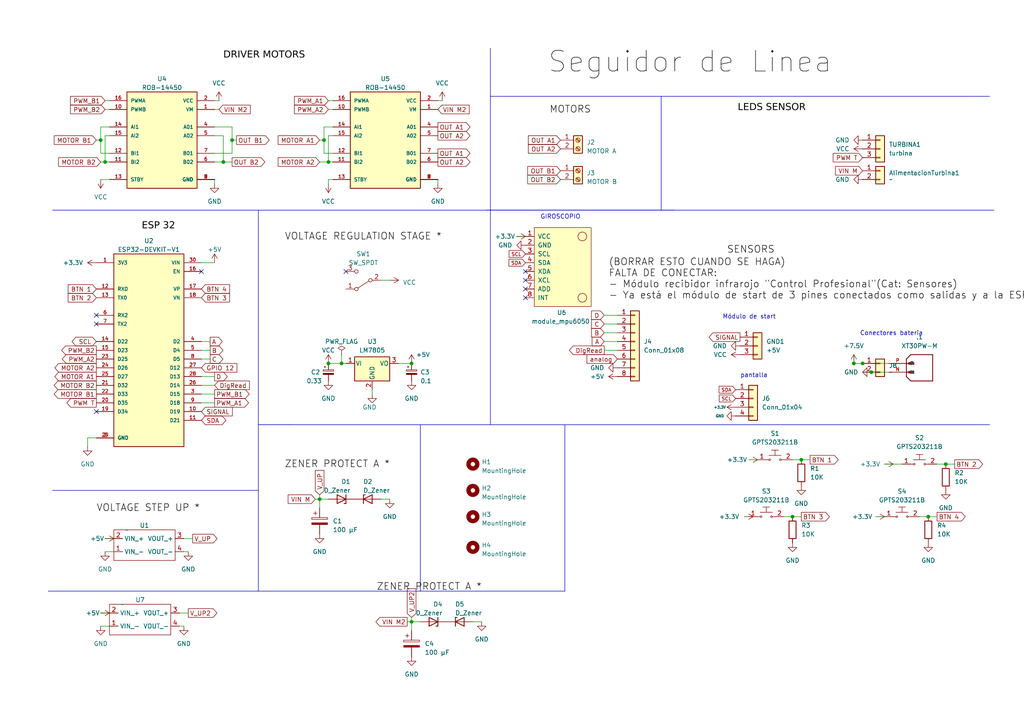
<source format=kicad_sch>
(kicad_sch (version 20231120) (generator "eeschema") (generator_version "8.0")
  (paper "A4")
  (junction (at 64.77 46.99))
  (junction (at 274.32 134.62))
  (junction (at 247.65 105.41))
  (junction (at 269.24 149.86))
  (junction (at 95.25 105.41))
  (junction (at 119.38 180.34))
  (junction (at 232.41 133.35))
  (junction (at 93.98 40.64))
  (junction (at 252.73 107.95))
  (junction (at 119.38 105.41))
  (junction (at 99.06 105.41))
  (junction (at 92.71 144.78))
  (junction (at 95.25 46.99))
  (junction (at 29.21 40.64))
  (junction (at 30.48 46.99))
  (junction (at 67.31 40.64))
  (junction (at 229.87 149.86))
  (junction (at 250.19 105.41))
  (no_connect (at 27.94 91.44))
  (no_connect (at 152.4 83.82))
  (no_connect (at 152.4 86.36))
  (no_connect (at 152.4 78.74))
  (no_connect (at 58.42 78.74))
  (no_connect (at 27.94 93.98))
  (no_connect (at 152.4 81.28))
  (no_connect (at 100.33 78.74))
  (no_connect (at 27.94 119.38))
  (wire (pts (xy 274.32 134.62) (xy 276.86 134.62)))
  (polyline (pts (xy 142.24 60.96) (xy 140.97 60.96)))
  (wire (pts (xy 229.87 149.86) (xy 232.41 149.86)))
  (wire (pts (xy 217.17 133.35) (xy 219.71 133.35)))
  (polyline (pts (xy 74.93 123.19) (xy 85.09 123.19)))
  (wire (pts (xy 62.23 52.07) (xy 62.23 53.34)))
  (wire (pts (xy 27.94 40.64) (xy 29.21 40.64)))
  (wire (pts (xy 64.77 39.37) (xy 64.77 46.99)))
  (wire (pts (xy 95.25 39.37) (xy 95.25 46.99)))
  (wire (pts (xy 175.26 93.98) (xy 179.07 93.98)))
  (wire (pts (xy 67.31 46.99) (xy 64.77 46.99)))
  (wire (pts (xy 30.48 156.21) (xy 33.02 156.21)))
  (wire (pts (xy 119.38 105.41) (xy 115.57 105.41)))
  (wire (pts (xy 110.49 144.78) (xy 113.03 144.78)))
  (wire (pts (xy 53.34 181.61) (xy 52.07 181.61)))
  (polyline (pts (xy 142.24 27.94) (xy 191.77 27.94)))
  (wire (pts (xy 62.23 39.37) (xy 64.77 39.37)))
  (wire (pts (xy 229.87 133.35) (xy 232.41 133.35)))
  (wire (pts (xy 62.23 46.99) (xy 64.77 46.99)))
  (wire (pts (xy 127 29.21) (xy 128.27 29.21)))
  (wire (pts (xy 99.06 102.87) (xy 99.06 105.41)))
  (polyline (pts (xy 142.24 60.96) (xy 288.29 60.96)))
  (wire (pts (xy 30.48 29.21) (xy 31.75 29.21)))
  (wire (pts (xy 247.65 105.41) (xy 250.19 105.41)))
  (wire (pts (xy 29.21 40.64) (xy 29.21 44.45)))
  (wire (pts (xy 96.52 36.83) (xy 93.98 36.83)))
  (wire (pts (xy 67.31 36.83) (xy 67.31 40.64)))
  (wire (pts (xy 175.26 91.44) (xy 179.07 91.44)))
  (wire (pts (xy 96.52 46.99) (xy 95.25 46.99)))
  (wire (pts (xy 31.75 36.83) (xy 29.21 36.83)))
  (wire (pts (xy 119.38 179.07) (xy 119.38 180.34)))
  (wire (pts (xy 232.41 133.35) (xy 234.95 133.35)))
  (wire (pts (xy 175.26 99.06) (xy 179.07 99.06)))
  (wire (pts (xy 91.44 144.78) (xy 92.71 144.78)))
  (wire (pts (xy 29.21 52.07) (xy 31.75 52.07)))
  (wire (pts (xy 252.73 107.95) (xy 257.81 107.95)))
  (polyline (pts (xy 74.93 60.96) (xy 74.93 142.24)))
  (wire (pts (xy 62.23 109.22) (xy 58.42 109.22)))
  (wire (pts (xy 250.19 107.95) (xy 252.73 107.95)))
  (wire (pts (xy 107.95 113.03) (xy 107.95 114.3)))
  (wire (pts (xy 254 149.86) (xy 256.54 149.86)))
  (wire (pts (xy 119.38 180.34) (xy 121.92 180.34)))
  (wire (pts (xy 67.31 40.64) (xy 68.58 40.64)))
  (wire (pts (xy 118.11 180.34) (xy 119.38 180.34)))
  (wire (pts (xy 54.61 160.02) (xy 53.34 160.02)))
  (wire (pts (xy 60.96 104.14) (xy 58.42 104.14)))
  (polyline (pts (xy 140.97 123.19) (xy 287.02 123.19)))
  (wire (pts (xy 62.23 36.83) (xy 67.31 36.83)))
  (wire (pts (xy 93.98 36.83) (xy 93.98 40.64)))
  (wire (pts (xy 96.52 52.07) (xy 95.25 52.07)))
  (wire (pts (xy 62.23 31.75) (xy 63.5 31.75)))
  (polyline (pts (xy 74.93 60.96) (xy 142.24 60.96)))
  (polyline (pts (xy 191.77 27.94) (xy 287.02 27.94)))
  (wire (pts (xy 175.26 96.52) (xy 179.07 96.52)))
  (wire (pts (xy 269.24 149.86) (xy 271.78 149.86)))
  (wire (pts (xy 62.23 116.84) (xy 58.42 116.84)))
  (polyline (pts (xy 74.93 142.24) (xy 15.24 142.24)))
  (wire (pts (xy 271.78 134.62) (xy 274.32 134.62)))
  (wire (pts (xy 92.71 40.64) (xy 93.98 40.64)))
  (wire (pts (xy 93.98 40.64) (xy 93.98 44.45)))
  (wire (pts (xy 256.54 134.62) (xy 261.62 134.62)))
  (polyline (pts (xy 74.93 170.18) (xy 74.93 171.45)))
  (wire (pts (xy 67.31 40.64) (xy 67.31 44.45)))
  (polyline (pts (xy 142.24 13.97) (xy 142.24 60.96)))
  (wire (pts (xy 29.21 181.61) (xy 31.75 181.61)))
  (polyline (pts (xy 163.83 171.45) (xy 163.83 123.19)))
  (wire (pts (xy 95.25 52.07) (xy 95.25 53.34)))
  (wire (pts (xy 60.96 101.6) (xy 58.42 101.6)))
  (wire (pts (xy 113.03 81.28) (xy 110.49 81.28)))
  (wire (pts (xy 266.7 149.86) (xy 269.24 149.86)))
  (wire (pts (xy 62.23 111.76) (xy 58.42 111.76)))
  (wire (pts (xy 247.65 102.87) (xy 247.65 105.41)))
  (wire (pts (xy 93.98 44.45) (xy 96.52 44.45)))
  (wire (pts (xy 62.23 29.21) (xy 63.5 29.21)))
  (polyline (pts (xy 121.92 170.18) (xy 121.92 171.45)))
  (polyline (pts (xy 13.97 171.45) (xy 163.83 171.45)))
  (wire (pts (xy 52.07 177.8) (xy 54.61 177.8)))
  (wire (pts (xy 25.4 127) (xy 25.4 129.54)))
  (wire (pts (xy 30.48 39.37) (xy 30.48 46.99)))
  (wire (pts (xy 250.19 105.41) (xy 257.81 105.41)))
  (polyline (pts (xy 15.24 60.96) (xy 74.93 60.96)))
  (wire (pts (xy 119.38 182.88) (xy 119.38 180.34)))
  (wire (pts (xy 25.4 127) (xy 27.94 127)))
  (wire (pts (xy 60.96 99.06) (xy 58.42 99.06)))
  (wire (pts (xy 95.25 31.75) (xy 96.52 31.75)))
  (wire (pts (xy 99.06 105.41) (xy 100.33 105.41)))
  (wire (pts (xy 29.21 44.45) (xy 31.75 44.45)))
  (wire (pts (xy 30.48 160.02) (xy 33.02 160.02)))
  (wire (pts (xy 62.23 114.3) (xy 58.42 114.3)))
  (wire (pts (xy 215.9 149.86) (xy 217.17 149.86)))
  (wire (pts (xy 53.34 156.21) (xy 55.88 156.21)))
  (polyline (pts (xy 74.93 142.24) (xy 74.93 170.18)))
  (wire (pts (xy 92.71 144.78) (xy 95.25 144.78)))
  (wire (pts (xy 29.21 177.8) (xy 31.75 177.8)))
  (wire (pts (xy 30.48 46.99) (xy 31.75 46.99)))
  (wire (pts (xy 127 52.07) (xy 127 53.34)))
  (wire (pts (xy 95.25 29.21) (xy 96.52 29.21)))
  (wire (pts (xy 29.21 36.83) (xy 29.21 40.64)))
  (wire (pts (xy 227.33 149.86) (xy 229.87 149.86)))
  (wire (pts (xy 62.23 76.2) (xy 58.42 76.2)))
  (polyline (pts (xy 74.93 123.19) (xy 140.97 123.19)))
  (wire (pts (xy 149.86 68.58) (xy 152.4 68.58)))
  (wire (pts (xy 92.71 143.51) (xy 92.71 144.78)))
  (polyline (pts (xy 142.24 123.19) (xy 142.24 60.96)))
  (wire (pts (xy 31.75 39.37) (xy 30.48 39.37)))
  (wire (pts (xy 95.25 39.37) (xy 96.52 39.37)))
  (wire (pts (xy 175.26 101.6) (xy 179.07 101.6)))
  (wire (pts (xy 92.71 46.99) (xy 95.25 46.99)))
  (wire (pts (xy 30.48 31.75) (xy 31.75 31.75)))
  (polyline (pts (xy 191.77 60.96) (xy 191.77 27.94)))
  (wire (pts (xy 62.23 44.45) (xy 67.31 44.45)))
  (wire (pts (xy 137.16 180.34) (xy 139.7 180.34)))
  (polyline (pts (xy 142.24 60.96) (xy 195.58 60.96)))
  (wire (pts (xy 95.25 105.41) (xy 99.06 105.41)))
  (wire (pts (xy 92.71 147.32) (xy 92.71 144.78)))
  (wire (pts (xy 29.21 46.99) (xy 30.48 46.99)))
  (polyline (pts (xy 121.92 123.19) (xy 121.92 170.18)))
  (text "ZENER PROTECT A *\n" (at 82.55 135.89 0) (effects (font (size 2 2)) (justify left bottom)))
  (text "DRIVER MOTORS\n" (at 64.77 17.78 0) (effects (font (size 2 2)) (justify left bottom)))
  (text "Módulo de start" (at 209.55 92.71 0) (effects (font (size 1.27 1.27)) (justify left bottom)))
  (text "Seguidor de Linea" (at 158.75 21.59 0) (effects (font (size 6 6)) (justify left bottom)))
  (text "(BORRAR ESTO CUANDO SE HAGA)\nFALTA DE CONECTAR:\n- Módulo recibidor infrarojo \"Control Profesional\"(Cat: Sensores)\n- Ya está el módulo de start de 3 pines conectados como salidas y a la ESP32 como entradas\n\n" (at 176.53 90.17 0) (effects (font (size 2 2)) (justify left bottom)))
  (text "GIROSCOPIO\n" (at 162.56 62.992 0) (effects (font (size 1.27 1.27))))
  (text "LEDS SENSOR\n" (at 233.68 33.02 0) (effects (font (size 2 2)) (justify right bottom)))
  (text "MOTORS" (at 171.45 33.02 0) (effects (font (size 2 2)) (justify right bottom)))
  (text "ZENER PROTECT A *\n" (at 109.22 171.45 0) (effects (font (size 2 2)) (justify left bottom)))
  (text "VOLTAGE STEP UP *" (at 27.94 148.59 0) (effects (font (size 2 2)) (justify left bottom)))
  (text "ESP 32" (at 50.8 67.31 0) (effects (font (size 2 2)) (justify right bottom)))
  (text "pantalla" (at 218.694 108.966 0) (effects (font (size 1.27 1.27))))
  (text "SENSORS" (at 210.82 73.66 0) (effects (font (size 2 2)) (justify left bottom)))
  (text "Conectores bateria" (at 258.572 96.774 0) (effects (font (size 1.27 1.27))))
  (text "VOLTAGE REGULATION STAGE *" (at 82.55 69.85 0) (effects (font (size 2 2)) (justify left bottom)))
  (global_label "SIGNAL" (shape output) (at 214.63 97.79 180) (property "Intersheetrefs" "${INTERSHEET_REFS}" (effects (hide yes))))
  (global_label "B" (shape input) (at 175.26 96.52 180) (property "Intersheetrefs" "${INTERSHEET_REFS}" (effects (hide yes))))
  (global_label "PWM_A1" (shape output) (at 62.23 116.84 0) (property "Intersheetrefs" "${INTERSHEET_REFS}" (effects (hide yes))))
  (global_label "VIN M2" (shape input) (at 127 31.75 0) (property "Intersheetrefs" "${INTERSHEET_REFS}" (effects (hide yes))))
  (global_label "DigRead" (shape output) (at 175.26 101.6 180) (property "Intersheetrefs" "${INTERSHEET_REFS}" (effects (hide yes))))
  (global_label "MOTOR A2" (shape output) (at 27.94 106.68 180) (property "Intersheetrefs" "${INTERSHEET_REFS}" (effects (hide yes))))
  (global_label "D" (shape input) (at 175.26 91.44 180) (property "Intersheetrefs" "${INTERSHEET_REFS}" (effects (hide yes))))
  (global_label "C" (shape input) (at 175.26 93.98 180) (property "Intersheetrefs" "${INTERSHEET_REFS}" (effects (hide yes))))
  (global_label "SIGNAL" (shape input) (at 58.42 119.38 0) (property "Intersheetrefs" "${INTERSHEET_REFS}" (effects (hide yes))))
  (global_label "PWM_A2" (shape input) (at 95.25 31.75 180) (property "Intersheetrefs" "${INTERSHEET_REFS}" (effects (hide yes))))
  (global_label "B" (shape output) (at 60.96 101.6 0) (property "Intersheetrefs" "${INTERSHEET_REFS}" (effects (hide yes))))
  (global_label "A" (shape input) (at 175.26 99.06 180) (property "Intersheetrefs" "${INTERSHEET_REFS}" (effects (hide yes))))
  (global_label "BTN 1" (shape input) (at 27.94 83.82 180) (property "Intersheetrefs" "${INTERSHEET_REFS}" (effects (hide yes))))
  (global_label "VIN M2" (shape output) (at 118.11 180.34 180) (property "Intersheetrefs" "${INTERSHEET_REFS}" (effects (hide yes))))
  (global_label "OUT B2" (shape input) (at 162.56 52.07 180) (property "Intersheetrefs" "${INTERSHEET_REFS}" (effects (hide yes))))
  (global_label "VIN M" (shape input) (at 91.44 144.78 180) (property "Intersheetrefs" "${INTERSHEET_REFS}" (effects (hide yes))))
  (global_label "OUT A1" (shape input) (at 162.56 40.64 180) (property "Intersheetrefs" "${INTERSHEET_REFS}" (effects (hide yes))))
  (global_label "SCL" (shape bidirectional) (at 27.94 99.06 180) (property "Intersheetrefs" "${INTERSHEET_REFS}" (effects (hide yes))))
  (global_label "V_UP2" (shape output) (at 54.61 177.8 0) (property "Intersheetrefs" "${INTERSHEET_REFS}" (effects (hide yes))))
  (global_label "OUT B1" (shape input) (at 162.56 49.53 180) (property "Intersheetrefs" "${INTERSHEET_REFS}" (effects (hide yes))))
  (global_label "OUT B2" (shape output) (at 67.31 46.99 0) (property "Intersheetrefs" "${INTERSHEET_REFS}" (effects (hide yes))))
  (global_label "OUT A1" (shape output) (at 127 36.83 0) (property "Intersheetrefs" "${INTERSHEET_REFS}" (effects (hide yes))))
  (global_label "OUT B1" (shape output) (at 68.58 40.64 0) (property "Intersheetrefs" "${INTERSHEET_REFS}" (effects (hide yes))))
  (global_label "MOTOR A1" (shape output) (at 27.94 109.22 180) (property "Intersheetrefs" "${INTERSHEET_REFS}" (effects (hide yes))))
  (global_label "SDA" (shape input) (at 213.36 113.03 180) (effects (font (size 1.016 1.016))) (property "Intersheetrefs" "${INTERSHEET_REFS}" (effects (hide yes))))
  (global_label "V_UP" (shape output) (at 55.88 156.21 0) (property "Intersheetrefs" "${INTERSHEET_REFS}" (effects (hide yes))))
  (global_label "BTN 3" (shape output) (at 232.41 149.86 0) (property "Intersheetrefs" "${INTERSHEET_REFS}" (effects (hide yes))))
  (global_label "SDA" (shape bidirectional) (at 58.42 121.92 0) (property "Intersheetrefs" "${INTERSHEET_REFS}" (effects (hide yes))))
  (global_label "PWM_B1" (shape input) (at 30.48 29.21 180) (property "Intersheetrefs" "${INTERSHEET_REFS}" (effects (hide yes))))
  (global_label "MOTOR A1" (shape input) (at 92.71 40.64 180) (property "Intersheetrefs" "${INTERSHEET_REFS}" (effects (hide yes))))
  (global_label "PWM_B2" (shape input) (at 30.48 31.75 180) (property "Intersheetrefs" "${INTERSHEET_REFS}" (effects (hide yes))))
  (global_label "BTN 1" (shape output) (at 234.95 133.35 0) (property "Intersheetrefs" "${INTERSHEET_REFS}" (effects (hide yes))))
  (global_label "GPIO 12" (shape input) (at 58.42 106.68 0) (property "Intersheetrefs" "${INTERSHEET_REFS}" (effects (hide yes))))
  (global_label "analog" (shape input) (at 179.07 104.14 180) (property "Intersheetrefs" "${INTERSHEET_REFS}" (effects (hide yes))))
  (global_label "BTN 2" (shape output) (at 276.86 134.62 0) (property "Intersheetrefs" "${INTERSHEET_REFS}" (effects (hide yes))))
  (global_label "D" (shape output) (at 62.23 109.22 0) (property "Intersheetrefs" "${INTERSHEET_REFS}" (effects (hide yes))))
  (global_label "VIN M" (shape input) (at 250.19 49.53 180) (property "Intersheetrefs" "${INTERSHEET_REFS}" (effects (hide yes))))
  (global_label "PWM T" (shape input) (at 250.19 45.72 180) (property "Intersheetrefs" "${INTERSHEET_REFS}" (effects (hide yes))))
  (global_label "VIN M2" (shape input) (at 63.5 31.75 0) (property "Intersheetrefs" "${INTERSHEET_REFS}" (effects (hide yes))))
  (global_label "BTN 2" (shape input) (at 27.94 86.36 180) (property "Intersheetrefs" "${INTERSHEET_REFS}" (effects (hide yes))))
  (global_label "PWM_A1" (shape input) (at 95.25 29.21 180) (property "Intersheetrefs" "${INTERSHEET_REFS}" (effects (hide yes))))
  (global_label "OUT A2" (shape input) (at 162.56 43.18 180) (property "Intersheetrefs" "${INTERSHEET_REFS}" (effects (hide yes))))
  (global_label "MOTOR B1" (shape output) (at 27.94 114.3 180) (property "Intersheetrefs" "${INTERSHEET_REFS}" (effects (hide yes))))
  (global_label "A" (shape output) (at 60.96 99.06 0) (property "Intersheetrefs" "${INTERSHEET_REFS}" (effects (hide yes))))
  (global_label "SDA" (shape input) (at 152.4 76.2 180) (effects (font (size 1.016 1.016))) (property "Intersheetrefs" "${INTERSHEET_REFS}" (effects (hide yes))))
  (global_label "MOTOR A2" (shape input) (at 92.71 46.99 180) (property "Intersheetrefs" "${INTERSHEET_REFS}" (effects (hide yes))))
  (global_label "V_UP" (shape input) (at 92.71 143.51 90) (property "Intersheetrefs" "${INTERSHEET_REFS}" (effects (hide yes))))
  (global_label "OUT A2" (shape output) (at 127 46.99 0) (property "Intersheetrefs" "${INTERSHEET_REFS}" (effects (hide yes))))
  (global_label "MOTOR B1" (shape input) (at 27.94 40.64 180) (property "Intersheetrefs" "${INTERSHEET_REFS}" (effects (hide yes))))
  (global_label "MOTOR B2" (shape input) (at 29.21 46.99 180) (property "Intersheetrefs" "${INTERSHEET_REFS}" (effects (hide yes))))
  (global_label "V_UP2" (shape input) (at 119.38 179.07 90) (property "Intersheetrefs" "${INTERSHEET_REFS}" (effects (hide yes))))
  (global_label "BTN 3" (shape input) (at 58.42 86.36 0) (property "Intersheetrefs" "${INTERSHEET_REFS}" (effects (hide yes))))
  (global_label "OUT A1" (shape output) (at 127 44.45 0) (property "Intersheetrefs" "${INTERSHEET_REFS}" (effects (hide yes))))
  (global_label "MOTOR B2" (shape output) (at 27.94 111.76 180) (property "Intersheetrefs" "${INTERSHEET_REFS}" (effects (hide yes))))
  (global_label "PWM_B1" (shape output) (at 62.23 114.3 0) (property "Intersheetrefs" "${INTERSHEET_REFS}" (effects (hide yes))))
  (global_label "SCL" (shape input) (at 152.4 73.66 180) (effects (font (size 1.016 1.016))) (property "Intersheetrefs" "${INTERSHEET_REFS}" (effects (hide yes))))
  (global_label "DigRead" (shape input) (at 62.23 111.76 0) (property "Intersheetrefs" "${INTERSHEET_REFS}" (effects (hide yes))))
  (global_label "C" (shape output) (at 60.96 104.14 0) (property "Intersheetrefs" "${INTERSHEET_REFS}" (effects (hide yes))))
  (global_label "BTN 4" (shape input) (at 58.42 83.82 0) (property "Intersheetrefs" "${INTERSHEET_REFS}" (effects (hide yes))))
  (global_label "OUT A2" (shape output) (at 127 39.37 0) (property "Intersheetrefs" "${INTERSHEET_REFS}" (effects (hide yes))))
  (global_label "BTN 4" (shape output) (at 271.78 149.86 0) (property "Intersheetrefs" "${INTERSHEET_REFS}" (effects (hide yes))))
  (global_label "SCL" (shape input) (at 213.36 115.57 180) (effects (font (size 1.016 1.016))) (property "Intersheetrefs" "${INTERSHEET_REFS}" (effects (hide yes))))
  (global_label "PWM_B2" (shape output) (at 27.94 101.6 180) (property "Intersheetrefs" "${INTERSHEET_REFS}" (effects (hide yes))))
  (global_label "PWM T" (shape output) (at 27.94 116.84 180) (property "Intersheetrefs" "${INTERSHEET_REFS}" (effects (hide yes))))
  (global_label "PWM_A2" (shape output) (at 27.94 104.14 180) (property "Intersheetrefs" "${INTERSHEET_REFS}" (effects (hide yes))))
  (symbol (lib_name "GND_1") (lib_id "power:GND") (at 127 53.34 0) (unit 1)
    (property "Reference" "#PWR022" (effects (hide yes)))
    (property "Value" "GND" (at 127 58.42 0))
  )
  (symbol (lib_id "dk_Pushbutton-Switches:GPTS203211B") (at 222.25 149.86 0) (unit 1)
    (property "Reference" "S3" (at 222.25 142.494 0))
    (property "Value" "GPTS203211B" (at 222.25 145.034 0))
    (property "Footprint" "Button_Switch_THT:SW_PUSH_6mm_H5mm" (effects (hide yes)))
    (property "Datasheet" "http://switches-connectors-custom.cwind.com/Asset/GPTS203211BR2.pdf" (effects (hide yes)))
    (property "Description" "SWITCH PUSHBUTTON SPST 1A 30V" (effects (hide yes)))
    (property "MPN" "GPTS203211B" (effects (hide yes)))
    (property "Category" "Switches" (effects (hide yes)))
    (property "Family" "Pushbutton Switches" (effects (hide yes)))
    (property "DK_Datasheet_Link" "http://switches-connectors-custom.cwind.com/Asset/GPTS203211BR2.pdf" (effects (hide yes)))
    (property "DK_Detail_Page" "/product-detail/en/cw-industries/GPTS203211B/CW181-ND/3190590" (effects (hide yes)))
    (property "Manufacturer" "CW Industries" (effects (hide yes)))
    (property "Status" "Active" (effects (hide yes)))
  )
  (symbol (lib_id "power:+3.3V") (at 256.54 134.62 270) (mirror x) (unit 1)
    (property "Reference" "#PWR033" (effects (hide yes)))
    (property "Value" "+3.3V" (at 249.428 134.62 90) (effects (justify left)))
    (property "Description" "Power symbol creates a global label with name \"+3.3V\"" (effects (hide yes)))
  )
  (symbol (lib_id "Device:R") (at 229.87 153.67 0) (unit 1)
    (property "Reference" "R3" (at 232.41 152.3999 0) (effects (justify left)))
    (property "Value" "10K" (at 232.41 154.94 0) (effects (font (size 1.2954 1.2954)) (justify left)))
    (property "Footprint" "digikey-footprints:0603" (effects (hide yes)))
    (property "Description" "Resistor" (effects (hide yes)))
  )
  (symbol (lib_id "power:+5V") (at 62.23 76.2 0) (mirror y) (unit 1)
    (property "Reference" "#PWR02" (effects (hide yes)))
    (property "Value" "+5V" (at 62.23 72.39 0))
  )
  (symbol (lib_id "power:GND") (at 107.95 114.3 0) (unit 1)
    (property "Reference" "#PWR015" (effects (hide yes)))
    (property "Value" "GND" (at 109.22 118.11 0) (effects (justify right)))
  )
  (symbol (lib_id "power:+5V") (at 119.38 105.41 0) (unit 1)
    (property "Reference" "#PWR017" (effects (hide yes)))
    (property "Value" "+5V" (at 120.65 102.87 0) (effects (justify left)))
  )
  (symbol (lib_id "Device:R") (at 274.32 138.43 0) (unit 1)
    (property "Reference" "R2" (at 276.86 137.1599 0) (effects (justify left)))
    (property "Value" "10K" (at 276.86 139.6999 0) (effects (justify left)))
    (property "Footprint" "digikey-footprints:0603" (effects (hide yes)))
    (property "Description" "Resistor" (effects (hide yes)))
  )
  (symbol (lib_id "power:VCC") (at 95.25 105.41 0) (unit 1)
    (property "Reference" "#PWR011" (effects (hide yes)))
    (property "Value" "VCC" (at 95.25 101.6 0))
  )
  (symbol (lib_id "power:GND") (at 95.25 110.49 0) (unit 1)
    (property "Reference" "#PWR012" (effects (hide yes)))
    (property "Value" "GND" (at 95.25 115.57 0))
  )
  (symbol (lib_name "VCC_4") (lib_id "power:VCC") (at 250.19 43.18 90) (unit 1)
    (property "Reference" "#PWR026" (effects (hide yes)))
    (property "Value" "VCC" (at 246.38 43.1799 90) (effects (justify left)))
    (property "Description" "Power symbol creates a global label with name \"VCC\"" (effects (hide yes)))
  )
  (symbol (lib_id "power:+7.5V") (at 247.65 105.41 0) (unit 1)
    (property "Reference" "#PWR028" (effects (hide yes)))
    (property "Value" "+7.5V" (at 247.65 100.33 0))
    (property "Description" "Power symbol creates a global label with name \"+7.5V\"" (effects (hide yes)))
  )
  (symbol (lib_id "power:GND") (at 53.34 181.61 0) (unit 1)
    (property "Reference" "#PWR044" (effects (hide yes)))
    (property "Value" "GND" (at 53.34 186.69 0))
  )
  (symbol (lib_id "Connector_Generic:Conn_01x03") (at 255.27 43.18 0) (unit 1)
    (property "Reference" "TURBINA1" (at 257.81 41.91 0) (effects (justify left)))
    (property "Value" "turbina" (at 257.81 44.45 0) (effects (justify left)))
    (property "Footprint" "Connector_PinHeader_2.54mm:PinHeader_1x03_P2.54mm_Vertical" (effects (hide yes)))
  )
  (symbol (lib_name "+3.3V_2") (lib_id "power:+3.3V") (at 149.86 68.58 270) (unit 1)
    (property "Reference" "#PWR039" (effects (hide yes)))
    (property "Value" "+3.3V" (at 143.51 68.58 90) (effects (justify left)))
    (property "Description" "Power symbol creates a global label with name \"+3.3V\"" (effects (hide yes)))
  )
  (symbol (lib_name "VCC_1") (lib_id "power:VCC") (at 63.5 29.21 0) (unit 1)
    (property "Reference" "#PWR05" (effects (hide yes)))
    (property "Value" "VCC" (at 63.5 24.13 0))
  )
  (symbol (lib_id "Switch:SW_SPDT") (at 105.41 81.28 180) (unit 1)
    (property "Reference" "SW1" (at 105.41 73.66 0))
    (property "Value" "SW_SPDT" (at 105.41 76.2 0))
    (property "Footprint" "Connector_PinHeader_2.54mm:PinHeader_1x03_P2.54mm_Vertical" (effects (hide yes)))
  )
  (symbol (lib_id "power:GND") (at 25.4 129.54 0) (mirror y) (unit 1)
    (property "Reference" "#PWR08" (effects (hide yes)))
    (property "Value" "GND" (at 25.4 134.62 0))
  )
  (symbol (lib_name "GND_2") (lib_id "power:GND") (at 214.63 100.33 270) (unit 1)
    (property "Reference" "#PWR025" (effects (hide yes)))
    (property "Value" "GND" (at 210.82 100.33 90) (effects (justify right)))
  )
  (symbol (lib_id "power:GND") (at 113.03 144.78 0) (unit 1)
    (property "Reference" "#PWR016" (effects (hide yes)))
    (property "Value" "GND" (at 113.03 149.86 0))
  )
  (symbol (lib_name "GND_5") (lib_id "power:GND") (at 250.19 40.64 270) (unit 1)
    (property "Reference" "#PWR052" (effects (hide yes)))
    (property "Value" "GND" (at 246.38 40.6399 90) (effects (justify right)))
    (property "Description" "Power symbol creates a global label with name \"GND\" , ground" (effects (hide yes)))
  )
  (symbol (lib_name "GND_4") (lib_id "power:GND") (at 152.4 71.12 270) (unit 1)
    (property "Reference" "#PWR040" (effects (hide yes)))
    (property "Value" "GND" (at 148.59 71.1199 90) (effects (justify right)))
    (property "Description" "Power symbol creates a global label with name \"GND\" , ground" (effects (hide yes)))
  )
  (symbol (lib_id "Device:C_Polarized") (at 92.71 151.13 0) (unit 1)
    (property "Reference" "C1" (at 96.52 151.13 0) (effects (justify left)))
    (property "Value" "100 μF " (at 96.52 153.67 0) (effects (justify left)))
    (property "Footprint" "Capacitor_SMD:CP_Elec_6.3x5.9" (effects (hide yes)))
  )
  (symbol (lib_id "power:GND") (at 30.48 160.02 0) (unit 1)
    (property "Reference" "#PWR03" (effects (hide yes)))
    (property "Value" "GND" (at 30.48 165.1 0))
  )
  (symbol (lib_id "power:+3.3V") (at 215.9 149.86 270) (mirror x) (unit 1)
    (property "Reference" "#PWR035" (effects (hide yes)))
    (property "Value" "+3.3V" (at 208.534 149.86 90) (effects (justify left)))
    (property "Description" "Power symbol creates a global label with name \"+3.3V\"" (effects (hide yes)))
  )
  (symbol (lib_id "ROB-14450:ROB-14450") (at 111.76 41.91 0) (unit 1)
    (property "Reference" "U5" (at 111.76 22.86 0))
    (property "Value" "ROB-14450" (at 111.76 25.4 0))
    (property "Footprint" "ROB-14450:MODULE_ROB-14450" (effects (hide yes)))
    (property "Description" "\nTB6612FNG Motor Controller/Driver Power Management Evaluation Board\n" (effects (hide yes)))
    (property "MF" "SparkFun Electronics" (effects (hide yes)))
    (property "Package" "None" (effects (hide yes)))
    (property "Price" "None" (effects (hide yes)))
    (property "Check_prices" "https://www.snapeda.com/parts/ROB-14450/SparkFun+Electronics/view-part/?ref=eda" (effects (hide yes)))
    (property "STANDARD" "Manufacturer Recommendation" (effects (hide yes)))
    (property "PARTREV" "11-13-17" (effects (hide yes)))
    (property "SnapEDA_Link" "https://www.snapeda.com/parts/ROB-14450/SparkFun+Electronics/view-part/?ref=snap" (effects (hide yes)))
    (property "MP" "ROB-14450" (effects (hide yes)))
    (property "Purchase-URL" "https://www.snapeda.com/api/url_track_click_mouser/?unipart_id=2656367&manufacturer=SparkFun Electronics&part_name=ROB-14450&search_term=None" (effects (hide yes)))
    (property "Availability" "In Stock" (effects (hide yes)))
    (property "MANUFACTURER" "Sparkfun Electronics" (effects (hide yes)))
  )
  (symbol (lib_id "Device:D_Zener") (at 125.73 180.34 180) (unit 1)
    (property "Reference" "D4" (at 127 175.26 0))
    (property "Value" "D_Zener" (at 124.46 177.8 0))
    (property "Footprint" "Diode_THT:D_A-405_P7.62mm_Horizontal" (effects (hide yes)))
  )
  (symbol (lib_name "GND_1") (lib_id "power:GND") (at 62.23 53.34 0) (unit 1)
    (property "Reference" "#PWR01" (effects (hide yes)))
    (property "Value" "GND" (at 62.23 58.42 0))
  )
  (symbol (lib_id "Mechanical:MountingHole") (at 137.16 134.62 0) (unit 1)
    (property "Reference" "H1" (at 139.7 133.985 0) (effects (justify left)))
    (property "Value" "MountingHole" (at 139.7 136.525 0) (effects (justify left)))
    (property "Footprint" "MountingHole:MountingHole_3.2mm_M3_Pad_Via" (effects (hide yes)))
  )
  (symbol (lib_id "Device:D_Zener") (at 106.68 144.78 0) (unit 1)
    (property "Reference" "D2" (at 106.68 139.7 0))
    (property "Value" "D_Zener" (at 109.22 142.24 0))
    (property "Footprint" "Diode_THT:D_A-405_P7.62mm_Horizontal" (effects (hide yes)))
  )
  (symbol (lib_id "dk_Pushbutton-Switches:GPTS203211B") (at 266.7 134.62 0) (unit 1)
    (property "Reference" "S2" (at 266.7 127 0))
    (property "Value" "GPTS203211B" (at 266.7 129.54 0))
    (property "Footprint" "Button_Switch_THT:SW_PUSH_6mm_H5mm" (effects (hide yes)))
    (property "Datasheet" "http://switches-connectors-custom.cwind.com/Asset/GPTS203211BR2.pdf" (effects (hide yes)))
    (property "Description" "SWITCH PUSHBUTTON SPST 1A 30V" (effects (hide yes)))
    (property "MPN" "GPTS203211B" (effects (hide yes)))
    (property "Category" "Switches" (effects (hide yes)))
    (property "Family" "Pushbutton Switches" (effects (hide yes)))
    (property "DK_Datasheet_Link" "http://switches-connectors-custom.cwind.com/Asset/GPTS203211BR2.pdf" (effects (hide yes)))
    (property "DK_Detail_Page" "/product-detail/en/cw-industries/GPTS203211B/CW181-ND/3190590" (effects (hide yes)))
    (property "Manufacturer" "CW Industries" (effects (hide yes)))
    (property "Status" "Active" (effects (hide yes)))
  )
  (symbol (lib_id "power:+3.3V") (at 254 149.86 270) (unit 1)
    (property "Reference" "#PWR037" (effects (hide yes)))
    (property "Value" "+3.3V" (at 247.142 149.86 90) (effects (justify left)))
    (property "Description" "Power symbol creates a global label with name \"+3.3V\"" (effects (hide yes)))
  )
  (symbol (lib_id "Device:D_Zener") (at 133.35 180.34 0) (unit 1)
    (property "Reference" "D5" (at 133.35 175.26 0))
    (property "Value" "D_Zener" (at 135.89 177.8 0))
    (property "Footprint" "Diode_THT:D_A-405_P7.62mm_Horizontal" (effects (hide yes)))
  )
  (symbol (lib_id "Device:C_Polarized") (at 119.38 186.69 0) (unit 1)
    (property "Reference" "C4" (at 123.19 186.69 0) (effects (justify left)))
    (property "Value" "100 μF " (at 123.19 189.23 0) (effects (justify left)))
    (property "Footprint" "Capacitor_SMD:CP_Elec_6.3x5.9" (effects (hide yes)))
  )
  (symbol (lib_id "Mechanical:MountingHole") (at 137.16 158.75 0) (unit 1)
    (property "Reference" "H4" (at 139.7 158.115 0) (effects (justify left)))
    (property "Value" "MountingHole" (at 139.7 160.655 0) (effects (justify left)))
    (property "Footprint" "MountingHole:MountingHole_3.2mm_M3_Pad_Via" (effects (hide yes)))
  )
  (symbol (lib_name "VCC_2") (lib_id "power:VCC") (at 29.21 52.07 180) (unit 1)
    (property "Reference" "#PWR020" (effects (hide yes)))
    (property "Value" "VCC" (at 29.21 57.15 0))
  )
  (symbol (lib_id "ROB-14450:ROB-14450") (at 46.99 41.91 0) (unit 1)
    (property "Reference" "U4" (at 46.99 22.86 0))
    (property "Value" "ROB-14450" (at 46.99 25.4 0))
    (property "Footprint" "ROB-14450:MODULE_ROB-14450" (effects (hide yes)))
    (property "Description" "\nTB6612FNG Motor Controller/Driver Power Management Evaluation Board\n" (effects (hide yes)))
    (property "MF" "SparkFun Electronics" (effects (hide yes)))
    (property "Package" "None" (effects (hide yes)))
    (property "Price" "None" (effects (hide yes)))
    (property "Check_prices" "https://www.snapeda.com/parts/ROB-14450/SparkFun+Electronics/view-part/?ref=eda" (effects (hide yes)))
    (property "STANDARD" "Manufacturer Recommendation" (effects (hide yes)))
    (property "PARTREV" "11-13-17" (effects (hide yes)))
    (property "SnapEDA_Link" "https://www.snapeda.com/parts/ROB-14450/SparkFun+Electronics/view-part/?ref=snap" (effects (hide yes)))
    (property "MP" "ROB-14450" (effects (hide yes)))
    (property "Purchase-URL" "https://www.snapeda.com/api/url_track_click_mouser/?unipart_id=2656367&manufacturer=SparkFun Electronics&part_name=ROB-14450&search_term=None" (effects (hide yes)))
    (property "Availability" "In Stock" (effects (hide yes)))
    (property "MANUFACTURER" "Sparkfun Electronics" (effects (hide yes)))
  )
  (symbol (lib_name "+3.3V_1") (lib_id "power:+3.3V") (at 27.94 76.2 90) (unit 1)
    (property "Reference" "#PWR07" (effects (hide yes)))
    (property "Value" "+3.3V" (at 24.13 76.1999 90) (effects (justify left)))
    (property "Description" "Power symbol creates a global label with name \"+3.3V\"" (effects (hide yes)))
  )
  (symbol (lib_name "+5V_2") (lib_id "power:+5V") (at 30.48 156.21 270) (unit 1)
    (property "Reference" "#PWR04" (effects (hide yes)))
    (property "Value" "+5V" (at 28.194 156.21 90))
    (property "Description" "Power symbol creates a global label with name \"+5V\"" (effects (hide yes)))
  )
  (symbol (lib_id "power:GND") (at 119.38 190.5 0) (unit 1)
    (property "Reference" "#PWR048" (effects (hide yes)))
    (property "Value" "GND" (at 119.38 195.58 0))
  )
  (symbol (lib_id "Device:C_Polarized_Small") (at 95.25 107.95 0) (unit 1)
    (property "Reference" "C2" (at 90.17 107.95 0) (effects (justify left)))
    (property "Value" "0.33  " (at 88.9 110.49 0) (effects (justify left)))
    (property "Footprint" "Capacitor_SMD:CP_Elec_6.3x5.9" (effects (hide yes)))
  )
  (symbol (lib_id "ESP32-DEVKIT-V1:ESP32-DEVKIT-V1") (at 43.18 101.6 0) (mirror y) (unit 1)
    (property "Reference" "U2" (at 43.18 69.85 0))
    (property "Value" "ESP32-DEVKIT-V1" (at 43.18 72.39 0))
    (property "Footprint" "ESP32-DEVKIT-V1:MODULE_ESP32_DEVKIT_V1" (effects (hide yes)))
    (property "PARTREV" "N/A" (effects (hide yes)))
    (property "MANUFACTURER" "DOIT" (effects (hide yes)))
    (property "MAXIMUM_PACKAGE_HEIGHT" "6.8 mm" (effects (hide yes)))
    (property "STANDARD" "Manufacturer Recommendations" (effects (hide yes)))
  )
  (symbol (lib_id "Connector_Generic:Conn_01x08") (at 184.15 99.06 0) (unit 1)
    (property "Reference" "J4" (at 186.69 99.0599 0) (effects (justify left)))
    (property "Value" "Conn_01x08" (at 186.69 101.5999 0) (effects (justify left)))
    (property "Footprint" "Connector_PinHeader_2.54mm:PinHeader_1x08_P2.54mm_Vertical" (effects (hide yes)))
    (property "Description" "Generic connector, single row, 01x08, script generated (kicad-library-utils/schlib/autogen/connector/)" (effects (hide yes)))
  )
  (symbol (lib_id "usini_sensors:module_mpu6050") (at 152.4 86.36 0) (unit 1)
    (property "Reference" "U6" (at 161.544 90.678 0) (effects (justify left)))
    (property "Value" "module_mpu6050" (at 154.178 93.218 0) (effects (justify left)))
    (property "Footprint" "usini_sensors:module_mpu6050" (effects (hide yes)))
  )
  (symbol (lib_id "Connector_Generic:Conn_01x02") (at 255.27 105.41 0) (unit 1)
    (property "Reference" "J8" (at 257.81 106.0449 0) (effects (justify left)))
    (property "Value" "~" (at 257.81 107.95 0) (effects (justify left)))
    (property "Footprint" "Connector_PinHeader_2.54mm:PinHeader_1x02_P2.54mm_Vertical" (effects (hide yes)))
    (property "Description" "Generic connector, single row, 01x02, script generated (kicad-library-utils/schlib/autogen/connector/)" (effects (hide yes)))
  )
  (symbol (lib_id "power:PWR_FLAG") (at 99.06 102.87 0) (unit 1)
    (property "Reference" "#FLG01" (effects (hide yes)))
    (property "Value" "PWR_FLAG" (at 99.06 99.06 0))
  )
  (symbol (lib_id "power:+3.3V") (at 217.17 133.35 270) (mirror x) (unit 1)
    (property "Reference" "#PWR031" (effects (hide yes)))
    (property "Value" "+3.3V" (at 210.82 133.35 90) (effects (justify left)))
    (property "Description" "Power symbol creates a global label with name \"+3.3V\"" (effects (hide yes)))
  )
  (symbol (lib_id "power:GND") (at 269.24 157.48 0) (unit 1)
    (property "Reference" "#PWR038" (effects (hide yes)))
    (property "Value" "GND" (at 269.24 162.56 0))
    (property "Description" "Power symbol creates a global label with name \"GND\" , ground" (effects (hide yes)))
  )
  (symbol (lib_id "power:GND") (at 54.61 160.02 0) (unit 1)
    (property "Reference" "#PWR06" (effects (hide yes)))
    (property "Value" "GND" (at 54.61 165.1 0))
  )
  (symbol (lib_id "XT30PW-M:XT30PW-M") (at 262.89 105.41 0) (mirror y) (unit 1)
    (property "Reference" ".1" (at 266.7 97.79 0))
    (property "Value" "XT30PW-M" (at 266.7 100.33 0))
    (property "Footprint" "Connector:JWT_A3963_1x02_P3.96mm_Vertical" (effects (hide yes)))
    (property "MF" "AMASS" (effects (hide yes)))
    (property "MAXIMUM_PACKAGE_HEIGHT" "5 mm" (effects (hide yes)))
    (property "Package" "None" (effects (hide yes)))
    (property "Price" "None" (effects (hide yes)))
    (property "Check_prices" "https://www.snapeda.com/parts/XT30PW-M/AMASS/view-part/?ref=eda" (effects (hide yes)))
    (property "STANDARD" "Manufacturer Recommendations" (effects (hide yes)))
    (property "PARTREV" "1.2" (effects (hide yes)))
    (property "SnapEDA_Link" "https://www.snapeda.com/parts/XT30PW-M/AMASS/view-part/?ref=snap" (effects (hide yes)))
    (property "MP" "XT30PW-M" (effects (hide yes)))
    (property "Description_1" "\nSocket; DC supply; XT30; male; PIN: 2; on PCBs; THT; Colour: yellow\n" (effects (hide yes)))
    (property "MANUFACTURER" "Amass" (effects (hide yes)))
    (property "Availability" "Not in stock" (effects (hide yes)))
    (property "SNAPEDA_PN" "XT30PW-M" (effects (hide yes)))
  )
  (symbol (lib_id "dk_Pushbutton-Switches:GPTS203211B") (at 261.62 149.86 0) (unit 1)
    (property "Reference" "S4" (at 261.62 142.494 0))
    (property "Value" "GPTS203211B" (at 261.62 145.034 0))
    (property "Footprint" "Button_Switch_THT:SW_PUSH_6mm_H5mm" (effects (hide yes)))
    (property "Datasheet" "http://switches-connectors-custom.cwind.com/Asset/GPTS203211BR2.pdf" (effects (hide yes)))
    (property "Description" "SWITCH PUSHBUTTON SPST 1A 30V" (effects (hide yes)))
    (property "MPN" "GPTS203211B" (effects (hide yes)))
    (property "Category" "Switches" (effects (hide yes)))
    (property "Family" "Pushbutton Switches" (effects (hide yes)))
    (property "DK_Datasheet_Link" "http://switches-connectors-custom.cwind.com/Asset/GPTS203211BR2.pdf" (effects (hide yes)))
    (property "DK_Detail_Page" "/product-detail/en/cw-industries/GPTS203211B/CW181-ND/3190590" (effects (hide yes)))
    (property "Manufacturer" "CW Industries" (effects (hide yes)))
    (property "Status" "Active" (effects (hide yes)))
  )
  (symbol (lib_id "Connector:Screw_Terminal_01x02") (at 167.64 40.64 0) (unit 1)
    (property "Reference" "J2" (at 170.18 41.275 0) (effects (justify left)))
    (property "Value" "MOTOR A" (at 170.18 43.815 0) (effects (justify left)))
    (property "Footprint" "TerminalBlock_4Ucon:TerminalBlock_4Ucon_1x02_P3.50mm_Horizontal" (effects (hide yes)))
  )
  (symbol (lib_id "MT 3806 STEP UP:MT_3608") (at 25.4 171.45 0) (unit 1)
    (property "Reference" "U7" (at 40.64 173.99 0))
    (property "Value" "~" (at 35.56 175.26 0))
    (property "Footprint" "misc_footprints:MT3608_module" (effects (hide yes)))
  )
  (symbol (lib_id "power:GND") (at 119.38 110.49 0) (unit 1)
    (property "Reference" "#PWR018" (effects (hide yes)))
    (property "Value" "GND" (at 119.38 115.57 0))
  )
  (symbol (lib_id "Device:R") (at 269.24 153.67 0) (unit 1)
    (property "Reference" "R4" (at 271.78 152.3999 0) (effects (justify left)))
    (property "Value" "10K" (at 271.78 154.94 0) (effects (font (size 1.2954 1.2954)) (justify left)))
    (property "Footprint" "digikey-footprints:0603" (effects (hide yes)))
    (property "Description" "Resistor" (effects (hide yes)))
  )
  (symbol (lib_id "power:+3.3V") (at 213.36 118.11 90) (unit 1)
    (property "Reference" "#PWR029" (effects (hide yes)))
    (property "Value" "+3.3V" (at 208.788 118.11 90) (effects (font (size 0.762 0.762))))
    (property "Description" "Power symbol creates a global label with name \"+3.3V\"" (effects (hide yes)))
  )
  (symbol (lib_name "+5V_2") (lib_id "power:+5V") (at 29.21 177.8 270) (unit 1)
    (property "Reference" "#PWR042" (effects (hide yes)))
    (property "Value" "+5V" (at 26.924 177.8 90))
    (property "Description" "Power symbol creates a global label with name \"+5V\"" (effects (hide yes)))
  )
  (symbol (lib_id "Mechanical:MountingHole") (at 137.16 149.86 0) (unit 1)
    (property "Reference" "H3" (at 139.7 149.225 0) (effects (justify left)))
    (property "Value" "MountingHole" (at 139.7 151.765 0) (effects (justify left)))
    (property "Footprint" "MountingHole:MountingHole_3.2mm_M3_Pad_Via" (effects (hide yes)))
  )
  (symbol (lib_name "VCC_1") (lib_id "power:VCC") (at 128.27 29.21 0) (unit 1)
    (property "Reference" "#PWR023" (effects (hide yes)))
    (property "Value" "VCC" (at 128.27 24.13 0))
  )
  (symbol (lib_id "Connector:Screw_Terminal_01x02") (at 167.64 49.53 0) (unit 1)
    (property "Reference" "J3" (at 170.18 50.165 0) (effects (justify left)))
    (property "Value" "MOTOR B" (at 170.18 52.705 0) (effects (justify left)))
    (property "Footprint" "TerminalBlock_4Ucon:TerminalBlock_4Ucon_1x02_P3.50mm_Horizontal" (effects (hide yes)))
  )
  (symbol (lib_id "Mechanical:MountingHole") (at 137.16 142.24 0) (unit 1)
    (property "Reference" "H2" (at 139.7 141.605 0) (effects (justify left)))
    (property "Value" "MountingHole" (at 139.7 144.145 0) (effects (justify left)))
    (property "Footprint" "MountingHole:MountingHole_3.2mm_M3_Pad_Via" (effects (hide yes)))
  )
  (symbol (lib_id "Connector_Generic:Conn_01x04") (at 218.44 115.57 0) (unit 1)
    (property "Reference" "J6" (at 220.98 115.5699 0) (effects (justify left)))
    (property "Value" "Conn_01x04" (at 220.98 118.1099 0) (effects (justify left)))
    (property "Footprint" "SSD1306:128x64OLED" (effects (hide yes)))
    (property "Description" "Generic connector, single row, 01x04, script generated (kicad-library-utils/schlib/autogen/connector/)" (effects (hide yes)))
  )
  (symbol (lib_id "Regulator_Linear:LM7805_TO220") (at 107.95 105.41 0) (unit 1)
    (property "Reference" "U3" (at 107.95 99.06 0))
    (property "Value" "LM7805" (at 107.95 101.6 0))
    (property "Footprint" "Package_TO_SOT_SMD:TO-252-2" (effects (hide yes)))
    (property "Datasheet" "https://www.onsemi.cn/PowerSolutions/document/MC7800-D.PDF" (effects (hide yes)))
  )
  (symbol (lib_id "power:GND") (at 29.21 181.61 0) (unit 1)
    (property "Reference" "#PWR043" (effects (hide yes)))
    (property "Value" "GND" (at 29.21 186.69 0))
  )
  (symbol (lib_id "power:GND") (at 229.87 157.48 0) (unit 1)
    (property "Reference" "#PWR036" (effects (hide yes)))
    (property "Value" "GND" (at 229.87 162.56 0))
    (property "Description" "Power symbol creates a global label with name \"GND\" , ground" (effects (hide yes)))
  )
  (symbol (lib_id "power:GND") (at 213.36 120.65 270) (unit 1)
    (property "Reference" "#PWR09" (effects (hide yes)))
    (property "Value" "GND" (at 208.788 120.65 90) (effects (font (size 0.762 0.762))))
    (property "Description" "Power symbol creates a global label with name \"GND\" , ground" (effects (hide yes)))
  )
  (symbol (lib_name "VCC_3") (lib_id "power:VCC") (at 214.63 102.87 90) (unit 1)
    (property "Reference" "#PWR024" (effects (hide yes)))
    (property "Value" "VCC" (at 210.82 102.87 90) (effects (justify left)))
  )
  (symbol (lib_id "Connector_Generic:Conn_01x03") (at 219.71 100.33 0) (unit 1)
    (property "Reference" "GND1" (at 222.25 99.06 0) (effects (justify left)))
    (property "Value" "+5V" (at 222.25 101.6 0) (effects (justify left)))
    (property "Footprint" "Connector_PinHeader_2.54mm:PinHeader_1x03_P2.54mm_Vertical" (effects (hide yes)))
  )
  (symbol (lib_id "Device:R") (at 232.41 137.16 0) (unit 1)
    (property "Reference" "R1" (at 234.95 135.8899 0) (effects (justify left)))
    (property "Value" "10K" (at 234.95 138.43 0) (effects (font (size 1.2954 1.2954)) (justify left)))
    (property "Footprint" "digikey-footprints:0603" (effects (hide yes)))
    (property "Description" "Resistor" (effects (hide yes)))
  )
  (symbol (lib_id "MT 3806 STEP UP:MT_3608") (at 26.67 149.86 0) (unit 1)
    (property "Reference" "U1" (at 41.91 152.4 0))
    (property "Value" "~" (at 36.83 153.67 0))
    (property "Footprint" "misc_footprints:MT3608_module" (effects (hide yes)))
  )
  (symbol (lib_id "power:GND") (at 139.7 180.34 0) (unit 1)
    (property "Reference" "#PWR049" (effects (hide yes)))
    (property "Value" "GND" (at 139.7 185.42 0))
  )
  (symbol (lib_id "power:VCC") (at 113.03 81.28 270) (unit 1)
    (property "Reference" "#PWR019" (effects (hide yes)))
    (property "Value" "VCC" (at 116.84 81.915 90) (effects (justify left)))
  )
  (symbol (lib_id "Device:D_Zener") (at 99.06 144.78 180) (unit 1)
    (property "Reference" "D1" (at 100.33 139.7 0))
    (property "Value" "D_Zener" (at 97.79 142.24 0))
    (property "Footprint" "Diode_THT:D_A-405_P7.62mm_Horizontal" (effects (hide yes)))
  )
  (symbol (lib_id "dk_Pushbutton-Switches:GPTS203211B") (at 224.79 133.35 0) (unit 1)
    (property "Reference" "S1" (at 224.79 125.73 0))
    (property "Value" "GPTS203211B" (at 224.79 128.27 0))
    (property "Footprint" "Button_Switch_THT:SW_PUSH_6mm_H5mm" (effects (hide yes)))
    (property "Datasheet" "http://switches-connectors-custom.cwind.com/Asset/GPTS203211BR2.pdf" (effects (hide yes)))
    (property "Description" "SWITCH PUSHBUTTON SPST 1A 30V" (effects (hide yes)))
    (property "MPN" "GPTS203211B" (effects (hide yes)))
    (property "Category" "Switches" (effects (hide yes)))
    (property "Family" "Pushbutton Switches" (effects (hide yes)))
    (property "DK_Datasheet_Link" "http://switches-connectors-custom.cwind.com/Asset/GPTS203211BR2.pdf" (effects (hide yes)))
    (property "DK_Detail_Page" "/product-detail/en/cw-industries/GPTS203211B/CW181-ND/3190590" (effects (hide yes)))
    (property "Manufacturer" "CW Industries" (effects (hide yes)))
    (property "Status" "Active" (effects (hide yes)))
  )
  (symbol (lib_name "GND_3") (lib_id "power:GND") (at 252.73 107.95 270) (unit 1)
    (property "Reference" "#PWR014" (effects (hide yes)))
    (property "Value" "GND" (at 248.92 107.9499 90) (effects (justify right)))
    (property "Description" "Power symbol creates a global label with name \"GND\" , ground" (effects (hide yes)))
  )
  (symbol (lib_name "GND_7") (lib_id "power:GND") (at 179.07 106.68 270) (unit 1)
    (property "Reference" "#PWR013" (effects (hide yes)))
    (property "Value" "GND" (at 175.26 106.6799 90) (effects (justify right)))
    (property "Description" "Power symbol creates a global label with name \"GND\" , ground" (effects (hide yes)))
  )
  (symbol (lib_id "Device:C_Polarized_Small") (at 119.38 107.95 0) (unit 1)
    (property "Reference" "C3" (at 121.92 107.95 0) (effects (justify left)))
    (property "Value" "0.1 " (at 121.92 110.49 0) (effects (justify left)))
    (property "Footprint" "Capacitor_SMD:CP_Elec_6.3x5.9" (effects (hide yes)))
  )
  (symbol (lib_id "power:GND") (at 274.32 142.24 0) (unit 1)
    (property "Reference" "#PWR034" (effects (hide yes)))
    (property "Value" "GND" (at 274.32 147.32 0))
    (property "Description" "Power symbol creates a global label with name \"GND\" , ground" (effects (hide yes)))
  )
  (symbol (lib_id "Connector_Generic:Conn_01x02") (at 255.27 49.53 0) (unit 1)
    (property "Reference" "AlimentacionTurbina1" (at 257.81 50.1649 0) (effects (justify left)))
    (property "Value" "~" (at 257.81 52.07 0) (effects (justify left)))
    (property "Footprint" "Connector_PinHeader_2.54mm:PinHeader_1x02_P2.54mm_Vertical" (effects (hide yes)))
    (property "Description" "Generic connector, single row, 01x02, script generated (kicad-library-utils/schlib/autogen/connector/)" (effects (hide yes)))
  )
  (symbol (lib_name "+5V_1") (lib_id "power:+5V") (at 179.07 109.22 90) (unit 1)
    (property "Reference" "#PWR041" (effects (hide yes)))
    (property "Value" "+5V" (at 175.26 109.2199 90) (effects (justify left)))
    (property "Description" "Power symbol creates a global label with name \"+5V\"" (effects (hide yes)))
  )
  (symbol (lib_id "power:GND") (at 232.41 140.97 0) (unit 1)
    (property "Reference" "#PWR032" (effects (hide yes)))
    (property "Value" "GND" (at 232.41 146.05 0))
    (property "Description" "Power symbol creates a global label with name \"GND\" , ground" (effects (hide yes)))
  )
  (symbol (lib_id "power:GND") (at 92.71 154.94 0) (unit 1)
    (property "Reference" "#PWR010" (effects (hide yes)))
    (property "Value" "GND" (at 92.71 160.02 0))
  )
  (symbol (lib_name "GND_6") (lib_id "power:GND") (at 250.19 52.07 270) (unit 1)
    (property "Reference" "#PWR027" (effects (hide yes)))
    (property "Value" "GND" (at 246.38 52.0699 90) (effects (justify right)))
    (property "Description" "Power symbol creates a global label with name \"GND\" , ground" (effects (hide yes)))
  )
  (symbol (lib_name "VCC_2") (lib_id "power:VCC") (at 95.25 53.34 180) (unit 1)
    (property "Reference" "#PWR021" (effects (hide yes)))
    (property "Value" "VCC" (at 95.25 58.42 0))
  )
)
</source>
